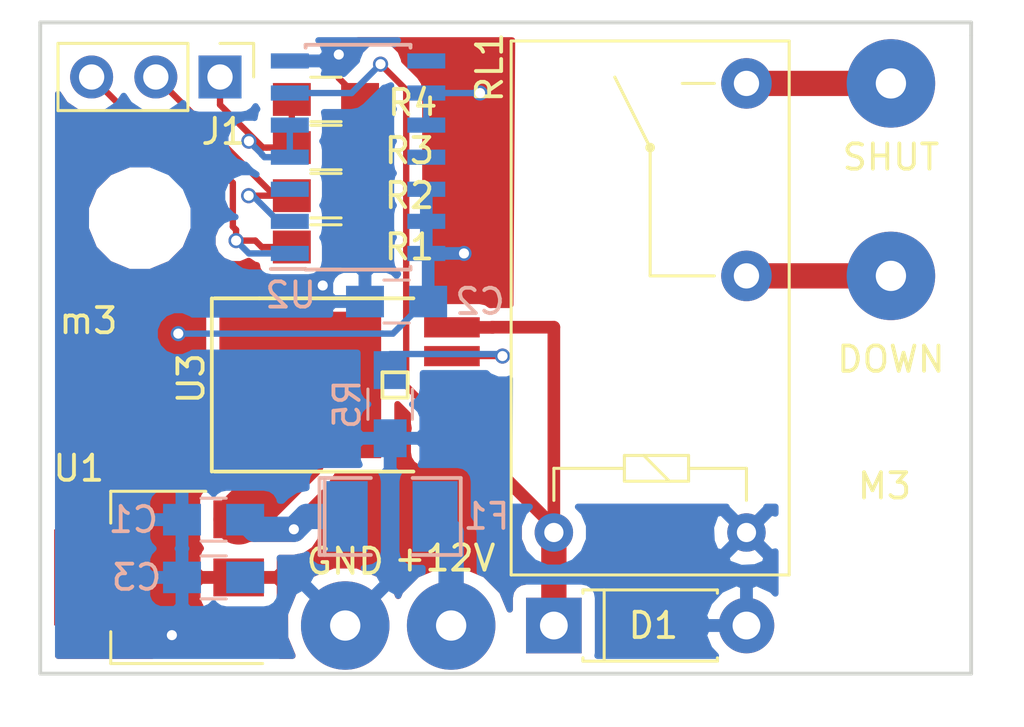
<source format=kicad_pcb>
(kicad_pcb (version 4) (host pcbnew 4.0.6)

  (general
    (links 39)
    (no_connects 3)
    (area 173.846238 117.348 214.519763 146.49)
    (thickness 1.6)
    (drawings 6)
    (tracks 94)
    (zones 0)
    (modules 21)
    (nets 13)
  )

  (page A4)
  (layers
    (0 F.Cu signal)
    (31 B.Cu signal)
    (32 B.Adhes user)
    (33 F.Adhes user)
    (34 B.Paste user)
    (35 F.Paste user)
    (36 B.SilkS user)
    (37 F.SilkS user)
    (38 B.Mask user)
    (39 F.Mask user)
    (40 Dwgs.User user)
    (41 Cmts.User user)
    (42 Eco1.User user)
    (43 Eco2.User user)
    (44 Edge.Cuts user)
    (45 Margin user)
    (46 B.CrtYd user)
    (47 F.CrtYd user)
    (48 B.Fab user)
    (49 F.Fab user)
  )

  (setup
    (last_trace_width 0.25)
    (user_trace_width 0.5)
    (user_trace_width 1)
    (user_trace_width 2)
    (trace_clearance 0.2)
    (zone_clearance 0.508)
    (zone_45_only no)
    (trace_min 0.2)
    (segment_width 0.2)
    (edge_width 0.15)
    (via_size 0.6)
    (via_drill 0.4)
    (via_min_size 0.4)
    (via_min_drill 0.3)
    (uvia_size 0.3)
    (uvia_drill 0.1)
    (uvias_allowed no)
    (uvia_min_size 0.2)
    (uvia_min_drill 0.1)
    (pcb_text_width 0.3)
    (pcb_text_size 1.5 1.5)
    (mod_edge_width 0.15)
    (mod_text_size 1 1)
    (mod_text_width 0.15)
    (pad_size 1.5 0.6)
    (pad_drill 0)
    (pad_to_mask_clearance 0.2)
    (aux_axis_origin 0 0)
    (visible_elements 7FFEFF7F)
    (pcbplotparams
      (layerselection 0x00030_80000001)
      (usegerberextensions false)
      (excludeedgelayer true)
      (linewidth 0.100000)
      (plotframeref false)
      (viasonmask false)
      (mode 1)
      (useauxorigin false)
      (hpglpennumber 1)
      (hpglpenspeed 20)
      (hpglpendiameter 15)
      (hpglpenoverlay 2)
      (psnegative false)
      (psa4output false)
      (plotreference true)
      (plotvalue true)
      (plotinvisibletext false)
      (padsonsilk false)
      (subtractmaskfromsilk false)
      (outputformat 1)
      (mirror false)
      (drillshape 1)
      (scaleselection 1)
      (outputdirectory ""))
  )

  (net 0 "")
  (net 1 +12V)
  (net 2 GND)
  (net 3 +5V)
  (net 4 "Net-(D1-Pad1)")
  (net 5 "Net-(F1-Pad2)")
  (net 6 /BSPD_Latched_Out)
  (net 7 /AMS_Latched_Out)
  (net 8 /IMD_Latched_Out)
  (net 9 "Net-(R5-Pad1)")
  (net 10 "Net-(U2-Pad6)")
  (net 11 /Shutdown_Circuit_In)
  (net 12 /Shutdown_Circuit_Out)

  (net_class Default "This is the default net class."
    (clearance 0.2)
    (trace_width 0.25)
    (via_dia 0.6)
    (via_drill 0.4)
    (uvia_dia 0.3)
    (uvia_drill 0.1)
    (add_net +12V)
    (add_net +5V)
    (add_net /AMS_Latched_Out)
    (add_net /BSPD_Latched_Out)
    (add_net /IMD_Latched_Out)
    (add_net /Shutdown_Circuit_In)
    (add_net /Shutdown_Circuit_Out)
    (add_net GND)
    (add_net "Net-(D1-Pad1)")
    (add_net "Net-(F1-Pad2)")
    (add_net "Net-(R5-Pad1)")
    (add_net "Net-(U2-Pad6)")
  )

  (net_class Power_Tracks ""
    (clearance 0.2)
    (trace_width 1)
    (via_dia 0.6)
    (via_drill 0.4)
    (uvia_dia 0.3)
    (uvia_drill 0.1)
  )

  (module Capacitors_SMD:C_0805_HandSoldering (layer B.Cu) (tedit 58AA84A8) (tstamp 5915461F)
    (at 182.372 138.049 180)
    (descr "Capacitor SMD 0805, hand soldering")
    (tags "capacitor 0805")
    (path /58B0A559)
    (attr smd)
    (fp_text reference C1 (at 3.175 0 180) (layer B.SilkS)
      (effects (font (size 1 1) (thickness 0.15)) (justify mirror))
    )
    (fp_text value 1u (at 0 -1.75 180) (layer B.Fab)
      (effects (font (size 1 1) (thickness 0.15)) (justify mirror))
    )
    (fp_text user %R (at 0 1.75 180) (layer B.Fab)
      (effects (font (size 1 1) (thickness 0.15)) (justify mirror))
    )
    (fp_line (start -1 -0.62) (end -1 0.62) (layer B.Fab) (width 0.1))
    (fp_line (start 1 -0.62) (end -1 -0.62) (layer B.Fab) (width 0.1))
    (fp_line (start 1 0.62) (end 1 -0.62) (layer B.Fab) (width 0.1))
    (fp_line (start -1 0.62) (end 1 0.62) (layer B.Fab) (width 0.1))
    (fp_line (start 0.5 0.85) (end -0.5 0.85) (layer B.SilkS) (width 0.12))
    (fp_line (start -0.5 -0.85) (end 0.5 -0.85) (layer B.SilkS) (width 0.12))
    (fp_line (start -2.25 0.88) (end 2.25 0.88) (layer B.CrtYd) (width 0.05))
    (fp_line (start -2.25 0.88) (end -2.25 -0.87) (layer B.CrtYd) (width 0.05))
    (fp_line (start 2.25 -0.87) (end 2.25 0.88) (layer B.CrtYd) (width 0.05))
    (fp_line (start 2.25 -0.87) (end -2.25 -0.87) (layer B.CrtYd) (width 0.05))
    (pad 1 smd rect (at -1.25 0 180) (size 1.5 1.25) (layers B.Cu B.Paste B.Mask)
      (net 1 +12V))
    (pad 2 smd rect (at 1.25 0 180) (size 1.5 1.25) (layers B.Cu B.Paste B.Mask)
      (net 2 GND))
    (model Capacitors_SMD.3dshapes/C_0805.wrl
      (at (xyz 0 0 0))
      (scale (xyz 1 1 1))
      (rotate (xyz 0 0 0))
    )
  )

  (module Capacitors_SMD:C_0805_HandSoldering (layer B.Cu) (tedit 58AA84A8) (tstamp 59154630)
    (at 189.611 129.413 180)
    (descr "Capacitor SMD 0805, hand soldering")
    (tags "capacitor 0805")
    (path /590294EC)
    (attr smd)
    (fp_text reference C2 (at -3.302 0 180) (layer B.SilkS)
      (effects (font (size 1 1) (thickness 0.15)) (justify mirror))
    )
    (fp_text value 1u (at 0 -1.75 180) (layer B.Fab)
      (effects (font (size 1 1) (thickness 0.15)) (justify mirror))
    )
    (fp_text user %R (at 0 1.75 180) (layer B.Fab)
      (effects (font (size 1 1) (thickness 0.15)) (justify mirror))
    )
    (fp_line (start -1 -0.62) (end -1 0.62) (layer B.Fab) (width 0.1))
    (fp_line (start 1 -0.62) (end -1 -0.62) (layer B.Fab) (width 0.1))
    (fp_line (start 1 0.62) (end 1 -0.62) (layer B.Fab) (width 0.1))
    (fp_line (start -1 0.62) (end 1 0.62) (layer B.Fab) (width 0.1))
    (fp_line (start 0.5 0.85) (end -0.5 0.85) (layer B.SilkS) (width 0.12))
    (fp_line (start -0.5 -0.85) (end 0.5 -0.85) (layer B.SilkS) (width 0.12))
    (fp_line (start -2.25 0.88) (end 2.25 0.88) (layer B.CrtYd) (width 0.05))
    (fp_line (start -2.25 0.88) (end -2.25 -0.87) (layer B.CrtYd) (width 0.05))
    (fp_line (start 2.25 -0.87) (end 2.25 0.88) (layer B.CrtYd) (width 0.05))
    (fp_line (start 2.25 -0.87) (end -2.25 -0.87) (layer B.CrtYd) (width 0.05))
    (pad 1 smd rect (at -1.25 0 180) (size 1.5 1.25) (layers B.Cu B.Paste B.Mask)
      (net 3 +5V))
    (pad 2 smd rect (at 1.25 0 180) (size 1.5 1.25) (layers B.Cu B.Paste B.Mask)
      (net 2 GND))
    (model Capacitors_SMD.3dshapes/C_0805.wrl
      (at (xyz 0 0 0))
      (scale (xyz 1 1 1))
      (rotate (xyz 0 0 0))
    )
  )

  (module Capacitors_SMD:C_0805_HandSoldering (layer B.Cu) (tedit 58AA84A8) (tstamp 59154641)
    (at 182.372 140.335 180)
    (descr "Capacitor SMD 0805, hand soldering")
    (tags "capacitor 0805")
    (path /58B0A5AD)
    (attr smd)
    (fp_text reference C3 (at 3.048 0 180) (layer B.SilkS)
      (effects (font (size 1 1) (thickness 0.15)) (justify mirror))
    )
    (fp_text value 1u (at 0 -1.75 180) (layer B.Fab)
      (effects (font (size 1 1) (thickness 0.15)) (justify mirror))
    )
    (fp_text user %R (at 0 1.75 180) (layer B.Fab)
      (effects (font (size 1 1) (thickness 0.15)) (justify mirror))
    )
    (fp_line (start -1 -0.62) (end -1 0.62) (layer B.Fab) (width 0.1))
    (fp_line (start 1 -0.62) (end -1 -0.62) (layer B.Fab) (width 0.1))
    (fp_line (start 1 0.62) (end 1 -0.62) (layer B.Fab) (width 0.1))
    (fp_line (start -1 0.62) (end 1 0.62) (layer B.Fab) (width 0.1))
    (fp_line (start 0.5 0.85) (end -0.5 0.85) (layer B.SilkS) (width 0.12))
    (fp_line (start -0.5 -0.85) (end 0.5 -0.85) (layer B.SilkS) (width 0.12))
    (fp_line (start -2.25 0.88) (end 2.25 0.88) (layer B.CrtYd) (width 0.05))
    (fp_line (start -2.25 0.88) (end -2.25 -0.87) (layer B.CrtYd) (width 0.05))
    (fp_line (start 2.25 -0.87) (end 2.25 0.88) (layer B.CrtYd) (width 0.05))
    (fp_line (start 2.25 -0.87) (end -2.25 -0.87) (layer B.CrtYd) (width 0.05))
    (pad 1 smd rect (at -1.25 0 180) (size 1.5 1.25) (layers B.Cu B.Paste B.Mask)
      (net 3 +5V))
    (pad 2 smd rect (at 1.25 0 180) (size 1.5 1.25) (layers B.Cu B.Paste B.Mask)
      (net 2 GND))
    (model Capacitors_SMD.3dshapes/C_0805.wrl
      (at (xyz 0 0 0))
      (scale (xyz 1 1 1))
      (rotate (xyz 0 0 0))
    )
  )

  (module Diodes_ThroughHole:D_DO-41_SOD81_P7.62mm_Horizontal (layer F.Cu) (tedit 5877C982) (tstamp 59154659)
    (at 195.834 142.24)
    (descr "D, DO-41_SOD81 series, Axial, Horizontal, pin pitch=7.62mm, , length*diameter=5.2*2.7mm^2, , http://www.diodes.com/_files/packages/DO-41%20(Plastic).pdf")
    (tags "D DO-41_SOD81 series Axial Horizontal pin pitch 7.62mm  length 5.2mm diameter 2.7mm")
    (path /59029C38)
    (fp_text reference D1 (at 3.937 0) (layer F.SilkS)
      (effects (font (size 1 1) (thickness 0.15)))
    )
    (fp_text value D (at 3.81 2.41) (layer F.Fab)
      (effects (font (size 1 1) (thickness 0.15)))
    )
    (fp_line (start 1.21 -1.35) (end 1.21 1.35) (layer F.Fab) (width 0.1))
    (fp_line (start 1.21 1.35) (end 6.41 1.35) (layer F.Fab) (width 0.1))
    (fp_line (start 6.41 1.35) (end 6.41 -1.35) (layer F.Fab) (width 0.1))
    (fp_line (start 6.41 -1.35) (end 1.21 -1.35) (layer F.Fab) (width 0.1))
    (fp_line (start 0 0) (end 1.21 0) (layer F.Fab) (width 0.1))
    (fp_line (start 7.62 0) (end 6.41 0) (layer F.Fab) (width 0.1))
    (fp_line (start 1.99 -1.35) (end 1.99 1.35) (layer F.Fab) (width 0.1))
    (fp_line (start 1.15 -1.28) (end 1.15 -1.41) (layer F.SilkS) (width 0.12))
    (fp_line (start 1.15 -1.41) (end 6.47 -1.41) (layer F.SilkS) (width 0.12))
    (fp_line (start 6.47 -1.41) (end 6.47 -1.28) (layer F.SilkS) (width 0.12))
    (fp_line (start 1.15 1.28) (end 1.15 1.41) (layer F.SilkS) (width 0.12))
    (fp_line (start 1.15 1.41) (end 6.47 1.41) (layer F.SilkS) (width 0.12))
    (fp_line (start 6.47 1.41) (end 6.47 1.28) (layer F.SilkS) (width 0.12))
    (fp_line (start 1.99 -1.41) (end 1.99 1.41) (layer F.SilkS) (width 0.12))
    (fp_line (start -1.35 -1.7) (end -1.35 1.7) (layer F.CrtYd) (width 0.05))
    (fp_line (start -1.35 1.7) (end 9 1.7) (layer F.CrtYd) (width 0.05))
    (fp_line (start 9 1.7) (end 9 -1.7) (layer F.CrtYd) (width 0.05))
    (fp_line (start 9 -1.7) (end -1.35 -1.7) (layer F.CrtYd) (width 0.05))
    (pad 1 thru_hole rect (at 0 0) (size 2.2 2.2) (drill 1.1) (layers *.Cu *.Mask)
      (net 4 "Net-(D1-Pad1)"))
    (pad 2 thru_hole oval (at 7.62 0) (size 2.2 2.2) (drill 1.1) (layers *.Cu *.Mask)
      (net 2 GND))
    (model Diodes_THT.3dshapes/D_DO-41_SOD81_P7.62mm_Horizontal.wrl
      (at (xyz 0 0 0))
      (scale (xyz 0.393701 0.393701 0.393701))
      (rotate (xyz 0 0 0))
    )
  )

  (module SMD_Packages:SMD-1210_Pol (layer B.Cu) (tedit 0) (tstamp 59154666)
    (at 189.357 137.922)
    (tags "CMS SM")
    (path /58B0A4D9)
    (attr smd)
    (fp_text reference F1 (at 3.81 0) (layer B.SilkS)
      (effects (font (size 1 1) (thickness 0.15)) (justify mirror))
    )
    (fp_text value Fuse (at 0 -0.762) (layer B.Fab)
      (effects (font (size 1 1) (thickness 0.15)) (justify mirror))
    )
    (fp_line (start -2.794 1.524) (end -2.794 -1.524) (layer B.SilkS) (width 0.15))
    (fp_line (start 0.889 -1.524) (end 2.794 -1.524) (layer B.SilkS) (width 0.15))
    (fp_line (start 2.794 -1.524) (end 2.794 1.524) (layer B.SilkS) (width 0.15))
    (fp_line (start 2.794 1.524) (end 0.889 1.524) (layer B.SilkS) (width 0.15))
    (fp_line (start -0.762 1.524) (end -2.794 1.524) (layer B.SilkS) (width 0.15))
    (fp_line (start -2.594 1.524) (end -2.594 -1.524) (layer B.SilkS) (width 0.15))
    (fp_line (start -2.794 -1.524) (end -0.762 -1.524) (layer B.SilkS) (width 0.15))
    (pad 1 smd rect (at -1.778 0) (size 1.778 2.794) (layers B.Cu B.Paste B.Mask)
      (net 1 +12V))
    (pad 2 smd rect (at 1.778 0) (size 1.778 2.794) (layers B.Cu B.Paste B.Mask)
      (net 5 "Net-(F1-Pad2)"))
    (model SMD_Packages.3dshapes/SMD-1210_Pol.wrl
      (at (xyz 0 0 0))
      (scale (xyz 0.2 0.2 0.2))
      (rotate (xyz 0 0 0))
    )
  )

  (module Pin_Headers:Pin_Header_Straight_1x03_Pitch2.54mm (layer F.Cu) (tedit 58CD4EC1) (tstamp 5915467C)
    (at 182.626 120.523 270)
    (descr "Through hole straight pin header, 1x03, 2.54mm pitch, single row")
    (tags "Through hole pin header THT 1x03 2.54mm single row")
    (path /59150D02)
    (fp_text reference J1 (at 2.159 -0.127 360) (layer F.SilkS)
      (effects (font (size 1 1) (thickness 0.15)))
    )
    (fp_text value SFTY (at 0 7.41 270) (layer F.Fab)
      (effects (font (size 1 1) (thickness 0.15)))
    )
    (fp_line (start -1.27 -1.27) (end -1.27 6.35) (layer F.Fab) (width 0.1))
    (fp_line (start -1.27 6.35) (end 1.27 6.35) (layer F.Fab) (width 0.1))
    (fp_line (start 1.27 6.35) (end 1.27 -1.27) (layer F.Fab) (width 0.1))
    (fp_line (start 1.27 -1.27) (end -1.27 -1.27) (layer F.Fab) (width 0.1))
    (fp_line (start -1.33 1.27) (end -1.33 6.41) (layer F.SilkS) (width 0.12))
    (fp_line (start -1.33 6.41) (end 1.33 6.41) (layer F.SilkS) (width 0.12))
    (fp_line (start 1.33 6.41) (end 1.33 1.27) (layer F.SilkS) (width 0.12))
    (fp_line (start 1.33 1.27) (end -1.33 1.27) (layer F.SilkS) (width 0.12))
    (fp_line (start -1.33 0) (end -1.33 -1.33) (layer F.SilkS) (width 0.12))
    (fp_line (start -1.33 -1.33) (end 0 -1.33) (layer F.SilkS) (width 0.12))
    (fp_line (start -1.8 -1.8) (end -1.8 6.85) (layer F.CrtYd) (width 0.05))
    (fp_line (start -1.8 6.85) (end 1.8 6.85) (layer F.CrtYd) (width 0.05))
    (fp_line (start 1.8 6.85) (end 1.8 -1.8) (layer F.CrtYd) (width 0.05))
    (fp_line (start 1.8 -1.8) (end -1.8 -1.8) (layer F.CrtYd) (width 0.05))
    (fp_text user %R (at 2.413 6.096 360) (layer F.Fab)
      (effects (font (size 1 1) (thickness 0.15)))
    )
    (pad 1 thru_hole rect (at 0 0 270) (size 1.7 1.7) (drill 1) (layers *.Cu *.Mask)
      (net 6 /BSPD_Latched_Out))
    (pad 2 thru_hole oval (at 0 2.54 270) (size 1.7 1.7) (drill 1) (layers *.Cu *.Mask)
      (net 7 /AMS_Latched_Out))
    (pad 3 thru_hole oval (at 0 5.08 270) (size 1.7 1.7) (drill 1) (layers *.Cu *.Mask)
      (net 8 /IMD_Latched_Out))
    (model ${KISYS3DMOD}/Pin_Headers.3dshapes/Pin_Header_Straight_1x03_Pitch2.54mm.wrl
      (at (xyz 0 -0.1 0))
      (scale (xyz 1 1 1))
      (rotate (xyz 0 0 90))
    )
  )

  (module Wire_Pads:SolderWirePad_single_1-2mmDrill (layer F.Cu) (tedit 59167172) (tstamp 59154681)
    (at 191.77 142.24)
    (path /59150D59)
    (fp_text reference +12V (at -0.254 -2.667) (layer F.SilkS)
      (effects (font (size 1 1) (thickness 0.15)))
    )
    (fp_text value +12 (at -1.905 3.175) (layer F.Fab)
      (effects (font (size 1 1) (thickness 0.15)))
    )
    (pad 1 thru_hole circle (at 0 0) (size 3.50012 3.50012) (drill 1.19888) (layers *.Cu *.Mask)
      (net 5 "Net-(F1-Pad2)"))
  )

  (module Wire_Pads:SolderWirePad_single_1-2mmDrill (layer F.Cu) (tedit 59167180) (tstamp 59154686)
    (at 187.579 142.24)
    (path /59150DE2)
    (fp_text reference GND (at 0 -2.54) (layer F.SilkS)
      (effects (font (size 1 1) (thickness 0.15)))
    )
    (fp_text value GND (at -1.905 3.175) (layer F.Fab)
      (effects (font (size 1 1) (thickness 0.15)))
    )
    (pad 1 thru_hole circle (at 0 0) (size 3.50012 3.50012) (drill 1.19888) (layers *.Cu *.Mask)
      (net 2 GND))
  )

  (module Wire_Pads:SolderWirePad_single_1-2mmDrill (layer F.Cu) (tedit 59167148) (tstamp 5915468B)
    (at 209.169 120.777)
    (path /59150B60)
    (fp_text reference SHUT (at 0 2.921) (layer F.SilkS)
      (effects (font (size 1 1) (thickness 0.15)))
    )
    (fp_text value IN (at -1.905 3.175) (layer F.Fab)
      (effects (font (size 1 1) (thickness 0.15)))
    )
    (pad 1 thru_hole circle (at 0 0) (size 3.50012 3.50012) (drill 1.19888) (layers *.Cu *.Mask)
      (net 11 /Shutdown_Circuit_In))
  )

  (module Wire_Pads:SolderWirePad_single_1-2mmDrill (layer F.Cu) (tedit 5916714D) (tstamp 59154690)
    (at 209.169 128.397)
    (path /59150BB1)
    (fp_text reference DOWN (at 0 3.302) (layer F.SilkS)
      (effects (font (size 1 1) (thickness 0.15)))
    )
    (fp_text value OUT (at -1.905 3.175) (layer F.Fab)
      (effects (font (size 1 1) (thickness 0.15)))
    )
    (pad 1 thru_hole circle (at 0 0) (size 3.50012 3.50012) (drill 1.19888) (layers *.Cu *.Mask)
      (net 12 /Shutdown_Circuit_Out))
  )

  (module Mounting_Holes:MountingHole_3mm (layer F.Cu) (tedit 5916718F) (tstamp 59154697)
    (at 179.451 126.111)
    (descr "Mounting Hole 3mm, no annular")
    (tags "mounting hole 3mm no annular")
    (path /59150878)
    (fp_text reference m3 (at -2.032 4.064) (layer F.SilkS)
      (effects (font (size 1 1) (thickness 0.15)))
    )
    (fp_text value Mounting_Hole (at 0 4) (layer F.Fab)
      (effects (font (size 1 1) (thickness 0.15)))
    )
    (fp_circle (center 0 0) (end 3 0) (layer Cmts.User) (width 0.15))
    (fp_circle (center 0 0) (end 3.25 0) (layer F.CrtYd) (width 0.05))
    (pad 1 np_thru_hole circle (at 0 0) (size 3 3) (drill 3) (layers *.Cu *.Mask))
  )

  (module Mounting_Holes:MountingHole_3mm (layer F.Cu) (tedit 59167154) (tstamp 5915469E)
    (at 208.915 140.716)
    (descr "Mounting Hole 3mm, no annular")
    (tags "mounting hole 3mm no annular")
    (path /5915093C)
    (fp_text reference M3 (at 0 -4) (layer F.SilkS)
      (effects (font (size 1 1) (thickness 0.15)))
    )
    (fp_text value Mounting_Hole (at 0 4) (layer F.Fab)
      (effects (font (size 1 1) (thickness 0.15)))
    )
    (fp_circle (center 0 0) (end 3 0) (layer Cmts.User) (width 0.15))
    (fp_circle (center 0 0) (end 3.25 0) (layer F.CrtYd) (width 0.05))
    (pad 1 np_thru_hole circle (at 0 0) (size 3 3) (drill 3) (layers *.Cu *.Mask))
  )

  (module Resistors_SMD:R_0805_HandSoldering (layer F.Cu) (tedit 58E0A804) (tstamp 591546BD)
    (at 186.817 127.254)
    (descr "Resistor SMD 0805, hand soldering")
    (tags "resistor 0805")
    (path /58B0AE21)
    (attr smd)
    (fp_text reference R1 (at 3.302 0) (layer F.SilkS)
      (effects (font (size 1 1) (thickness 0.15)))
    )
    (fp_text value 10k (at 0 1.75) (layer F.Fab)
      (effects (font (size 1 1) (thickness 0.15)))
    )
    (fp_text user %R (at 0 0) (layer F.Fab)
      (effects (font (size 0.5 0.5) (thickness 0.075)))
    )
    (fp_line (start -1 0.62) (end -1 -0.62) (layer F.Fab) (width 0.1))
    (fp_line (start 1 0.62) (end -1 0.62) (layer F.Fab) (width 0.1))
    (fp_line (start 1 -0.62) (end 1 0.62) (layer F.Fab) (width 0.1))
    (fp_line (start -1 -0.62) (end 1 -0.62) (layer F.Fab) (width 0.1))
    (fp_line (start 0.6 0.88) (end -0.6 0.88) (layer F.SilkS) (width 0.12))
    (fp_line (start -0.6 -0.88) (end 0.6 -0.88) (layer F.SilkS) (width 0.12))
    (fp_line (start -2.35 -0.9) (end 2.35 -0.9) (layer F.CrtYd) (width 0.05))
    (fp_line (start -2.35 -0.9) (end -2.35 0.9) (layer F.CrtYd) (width 0.05))
    (fp_line (start 2.35 0.9) (end 2.35 -0.9) (layer F.CrtYd) (width 0.05))
    (fp_line (start 2.35 0.9) (end -2.35 0.9) (layer F.CrtYd) (width 0.05))
    (pad 1 smd rect (at -1.35 0) (size 1.5 1.3) (layers F.Cu F.Paste F.Mask)
      (net 8 /IMD_Latched_Out))
    (pad 2 smd rect (at 1.35 0) (size 1.5 1.3) (layers F.Cu F.Paste F.Mask)
      (net 2 GND))
    (model ${KISYS3DMOD}/Resistors_SMD.3dshapes/R_0805.wrl
      (at (xyz 0 0 0))
      (scale (xyz 1 1 1))
      (rotate (xyz 0 0 0))
    )
  )

  (module Resistors_SMD:R_0805_HandSoldering (layer F.Cu) (tedit 58E0A804) (tstamp 591546CE)
    (at 186.817 125.222)
    (descr "Resistor SMD 0805, hand soldering")
    (tags "resistor 0805")
    (path /58B0AF09)
    (attr smd)
    (fp_text reference R2 (at 3.302 0) (layer F.SilkS)
      (effects (font (size 1 1) (thickness 0.15)))
    )
    (fp_text value 10k (at 0 1.75) (layer F.Fab)
      (effects (font (size 1 1) (thickness 0.15)))
    )
    (fp_text user %R (at 0 0) (layer F.Fab)
      (effects (font (size 0.5 0.5) (thickness 0.075)))
    )
    (fp_line (start -1 0.62) (end -1 -0.62) (layer F.Fab) (width 0.1))
    (fp_line (start 1 0.62) (end -1 0.62) (layer F.Fab) (width 0.1))
    (fp_line (start 1 -0.62) (end 1 0.62) (layer F.Fab) (width 0.1))
    (fp_line (start -1 -0.62) (end 1 -0.62) (layer F.Fab) (width 0.1))
    (fp_line (start 0.6 0.88) (end -0.6 0.88) (layer F.SilkS) (width 0.12))
    (fp_line (start -0.6 -0.88) (end 0.6 -0.88) (layer F.SilkS) (width 0.12))
    (fp_line (start -2.35 -0.9) (end 2.35 -0.9) (layer F.CrtYd) (width 0.05))
    (fp_line (start -2.35 -0.9) (end -2.35 0.9) (layer F.CrtYd) (width 0.05))
    (fp_line (start 2.35 0.9) (end 2.35 -0.9) (layer F.CrtYd) (width 0.05))
    (fp_line (start 2.35 0.9) (end -2.35 0.9) (layer F.CrtYd) (width 0.05))
    (pad 1 smd rect (at -1.35 0) (size 1.5 1.3) (layers F.Cu F.Paste F.Mask)
      (net 7 /AMS_Latched_Out))
    (pad 2 smd rect (at 1.35 0) (size 1.5 1.3) (layers F.Cu F.Paste F.Mask)
      (net 2 GND))
    (model ${KISYS3DMOD}/Resistors_SMD.3dshapes/R_0805.wrl
      (at (xyz 0 0 0))
      (scale (xyz 1 1 1))
      (rotate (xyz 0 0 0))
    )
  )

  (module Resistors_SMD:R_0805_HandSoldering (layer F.Cu) (tedit 58E0A804) (tstamp 591546DF)
    (at 186.817 123.317)
    (descr "Resistor SMD 0805, hand soldering")
    (tags "resistor 0805")
    (path /58B0AF37)
    (attr smd)
    (fp_text reference R3 (at 3.302 0.127) (layer F.SilkS)
      (effects (font (size 1 1) (thickness 0.15)))
    )
    (fp_text value 10k (at 0 1.75) (layer F.Fab)
      (effects (font (size 1 1) (thickness 0.15)))
    )
    (fp_text user %R (at 0 0) (layer F.Fab)
      (effects (font (size 0.5 0.5) (thickness 0.075)))
    )
    (fp_line (start -1 0.62) (end -1 -0.62) (layer F.Fab) (width 0.1))
    (fp_line (start 1 0.62) (end -1 0.62) (layer F.Fab) (width 0.1))
    (fp_line (start 1 -0.62) (end 1 0.62) (layer F.Fab) (width 0.1))
    (fp_line (start -1 -0.62) (end 1 -0.62) (layer F.Fab) (width 0.1))
    (fp_line (start 0.6 0.88) (end -0.6 0.88) (layer F.SilkS) (width 0.12))
    (fp_line (start -0.6 -0.88) (end 0.6 -0.88) (layer F.SilkS) (width 0.12))
    (fp_line (start -2.35 -0.9) (end 2.35 -0.9) (layer F.CrtYd) (width 0.05))
    (fp_line (start -2.35 -0.9) (end -2.35 0.9) (layer F.CrtYd) (width 0.05))
    (fp_line (start 2.35 0.9) (end 2.35 -0.9) (layer F.CrtYd) (width 0.05))
    (fp_line (start 2.35 0.9) (end -2.35 0.9) (layer F.CrtYd) (width 0.05))
    (pad 1 smd rect (at -1.35 0) (size 1.5 1.3) (layers F.Cu F.Paste F.Mask)
      (net 6 /BSPD_Latched_Out))
    (pad 2 smd rect (at 1.35 0) (size 1.5 1.3) (layers F.Cu F.Paste F.Mask)
      (net 2 GND))
    (model ${KISYS3DMOD}/Resistors_SMD.3dshapes/R_0805.wrl
      (at (xyz 0 0 0))
      (scale (xyz 1 1 1))
      (rotate (xyz 0 0 0))
    )
  )

  (module Resistors_SMD:R_0805_HandSoldering (layer F.Cu) (tedit 58E0A804) (tstamp 591546F0)
    (at 186.817 121.412)
    (descr "Resistor SMD 0805, hand soldering")
    (tags "resistor 0805")
    (path /58B0AF67)
    (attr smd)
    (fp_text reference R4 (at 3.429 0.127) (layer F.SilkS)
      (effects (font (size 1 1) (thickness 0.15)))
    )
    (fp_text value 10k (at 0 1.75) (layer F.Fab)
      (effects (font (size 1 1) (thickness 0.15)))
    )
    (fp_text user %R (at 0 0) (layer F.Fab)
      (effects (font (size 0.5 0.5) (thickness 0.075)))
    )
    (fp_line (start -1 0.62) (end -1 -0.62) (layer F.Fab) (width 0.1))
    (fp_line (start 1 0.62) (end -1 0.62) (layer F.Fab) (width 0.1))
    (fp_line (start 1 -0.62) (end 1 0.62) (layer F.Fab) (width 0.1))
    (fp_line (start -1 -0.62) (end 1 -0.62) (layer F.Fab) (width 0.1))
    (fp_line (start 0.6 0.88) (end -0.6 0.88) (layer F.SilkS) (width 0.12))
    (fp_line (start -0.6 -0.88) (end 0.6 -0.88) (layer F.SilkS) (width 0.12))
    (fp_line (start -2.35 -0.9) (end 2.35 -0.9) (layer F.CrtYd) (width 0.05))
    (fp_line (start -2.35 -0.9) (end -2.35 0.9) (layer F.CrtYd) (width 0.05))
    (fp_line (start 2.35 0.9) (end 2.35 -0.9) (layer F.CrtYd) (width 0.05))
    (fp_line (start 2.35 0.9) (end -2.35 0.9) (layer F.CrtYd) (width 0.05))
    (pad 1 smd rect (at -1.35 0) (size 1.5 1.3) (layers F.Cu F.Paste F.Mask)
      (net 6 /BSPD_Latched_Out))
    (pad 2 smd rect (at 1.35 0) (size 1.5 1.3) (layers F.Cu F.Paste F.Mask)
      (net 2 GND))
    (model ${KISYS3DMOD}/Resistors_SMD.3dshapes/R_0805.wrl
      (at (xyz 0 0 0))
      (scale (xyz 1 1 1))
      (rotate (xyz 0 0 0))
    )
  )

  (module Resistors_SMD:R_0805_HandSoldering (layer B.Cu) (tedit 58E0A804) (tstamp 59154701)
    (at 189.357 133.477 270)
    (descr "Resistor SMD 0805, hand soldering")
    (tags "resistor 0805")
    (path /5902C3F4)
    (attr smd)
    (fp_text reference R5 (at 0 1.7 270) (layer B.SilkS)
      (effects (font (size 1 1) (thickness 0.15)) (justify mirror))
    )
    (fp_text value 1k (at 0 -1.75 270) (layer B.Fab)
      (effects (font (size 1 1) (thickness 0.15)) (justify mirror))
    )
    (fp_text user %R (at 0 0 270) (layer B.Fab)
      (effects (font (size 0.5 0.5) (thickness 0.075)) (justify mirror))
    )
    (fp_line (start -1 -0.62) (end -1 0.62) (layer B.Fab) (width 0.1))
    (fp_line (start 1 -0.62) (end -1 -0.62) (layer B.Fab) (width 0.1))
    (fp_line (start 1 0.62) (end 1 -0.62) (layer B.Fab) (width 0.1))
    (fp_line (start -1 0.62) (end 1 0.62) (layer B.Fab) (width 0.1))
    (fp_line (start 0.6 -0.88) (end -0.6 -0.88) (layer B.SilkS) (width 0.12))
    (fp_line (start -0.6 0.88) (end 0.6 0.88) (layer B.SilkS) (width 0.12))
    (fp_line (start -2.35 0.9) (end 2.35 0.9) (layer B.CrtYd) (width 0.05))
    (fp_line (start -2.35 0.9) (end -2.35 -0.9) (layer B.CrtYd) (width 0.05))
    (fp_line (start 2.35 -0.9) (end 2.35 0.9) (layer B.CrtYd) (width 0.05))
    (fp_line (start 2.35 -0.9) (end -2.35 -0.9) (layer B.CrtYd) (width 0.05))
    (pad 1 smd rect (at -1.35 0 270) (size 1.5 1.3) (layers B.Cu B.Paste B.Mask)
      (net 9 "Net-(R5-Pad1)"))
    (pad 2 smd rect (at 1.35 0 270) (size 1.5 1.3) (layers B.Cu B.Paste B.Mask)
      (net 2 GND))
    (model ${KISYS3DMOD}/Resistors_SMD.3dshapes/R_0805.wrl
      (at (xyz 0 0 0))
      (scale (xyz 1 1 1))
      (rotate (xyz 0 0 0))
    )
  )

  (module Relays_THT:Relay_SPST-NO_OMRON-G5Q (layer F.Cu) (tedit 5835E7EC) (tstamp 59154726)
    (at 203.454 138.557 90)
    (descr "Relay SPST-NO Omron Serie G5Q")
    (tags "Relay SPST-NO Omron Serie G5Q")
    (path /59150698)
    (fp_text reference RL1 (at 18.415 -10.16 270) (layer F.SilkS)
      (effects (font (size 1 1) (thickness 0.15)))
    )
    (fp_text value G5Q-1A (at 8.8 3 270) (layer F.Fab)
      (effects (font (size 1 1) (thickness 0.15)))
    )
    (fp_line (start 0 -1) (end 0 -6.5) (layer F.Fab) (width 0.1))
    (fp_line (start 18.96 -8.81) (end 18.96 1.19) (layer F.Fab) (width 0.1))
    (fp_line (start 18.96 1.19) (end -1.18 1.19) (layer F.Fab) (width 0.1))
    (fp_line (start -1.18 1.19) (end -1.18 -8.81) (layer F.Fab) (width 0.1))
    (fp_line (start -1.18 -8.81) (end 18.96 -8.81) (layer F.Fab) (width 0.1))
    (fp_line (start -1.95 -9.55) (end 19.7 -9.55) (layer F.CrtYd) (width 0.05))
    (fp_line (start 19.7 -9.55) (end 19.7 1.95) (layer F.CrtYd) (width 0.05))
    (fp_line (start 19.7 1.95) (end -1.95 1.95) (layer F.CrtYd) (width 0.05))
    (fp_line (start -1.95 1.95) (end -1.95 -9.55) (layer F.CrtYd) (width 0.05))
    (fp_line (start 15.24 -3.81) (end 18.03 -5.21) (layer F.SilkS) (width 0.12))
    (fp_line (start 17.78 -1.27) (end 17.78 -2.54) (layer F.SilkS) (width 0.12))
    (fp_line (start 10.16 -1.27) (end 10.16 -3.81) (layer F.SilkS) (width 0.12))
    (fp_line (start 10.16 -3.81) (end 15.24 -3.81) (layer F.SilkS) (width 0.12))
    (fp_line (start 2.03 -3.05) (end 3.05 -4.06) (layer F.SilkS) (width 0.12))
    (fp_line (start 2.54 -7.62) (end 1.27 -7.62) (layer F.SilkS) (width 0.12))
    (fp_line (start 2.54 -4.83) (end 2.54 -7.62) (layer F.SilkS) (width 0.12))
    (fp_line (start 2.54 0) (end 2.54 -2.29) (layer F.SilkS) (width 0.12))
    (fp_line (start 1.27 0) (end 2.54 0) (layer F.SilkS) (width 0.12))
    (fp_line (start 2.54 -2.29) (end 2.03 -2.29) (layer F.SilkS) (width 0.12))
    (fp_line (start 2.03 -2.29) (end 2.03 -4.83) (layer F.SilkS) (width 0.12))
    (fp_line (start 2.03 -4.83) (end 2.54 -4.83) (layer F.SilkS) (width 0.12))
    (fp_line (start 2.54 -4.83) (end 3.05 -4.83) (layer F.SilkS) (width 0.12))
    (fp_line (start 3.05 -4.83) (end 3.05 -2.29) (layer F.SilkS) (width 0.12))
    (fp_line (start 3.05 -2.29) (end 2.54 -2.29) (layer F.SilkS) (width 0.12))
    (fp_line (start -1.68 1.69) (end 19.46 1.69) (layer F.SilkS) (width 0.12))
    (fp_line (start 19.46 1.69) (end 19.46 -9.31) (layer F.SilkS) (width 0.12))
    (fp_line (start -1.68 1.69) (end -1.68 -9.31) (layer F.SilkS) (width 0.12))
    (fp_line (start -1.68 -9.31) (end 19.46 -9.31) (layer F.SilkS) (width 0.12))
    (fp_circle (center 15.24 -3.81) (end 15.24 -3.68) (layer F.SilkS) (width 0.12))
    (pad 1 thru_hole circle (at 0 0 270) (size 1.52 1.52) (drill 0.76) (layers *.Cu *.Mask)
      (net 2 GND))
    (pad 2 thru_hole circle (at 10.16 0 270) (size 2 2) (drill 1) (layers *.Cu *.Mask)
      (net 12 /Shutdown_Circuit_Out))
    (pad 3 thru_hole circle (at 17.78 0 270) (size 2 2) (drill 1) (layers *.Cu *.Mask)
      (net 11 /Shutdown_Circuit_In))
    (pad 5 thru_hole circle (at 0 -7.62 270) (size 1.52 1.52) (drill 0.76) (layers *.Cu *.Mask)
      (net 4 "Net-(D1-Pad1)"))
  )

  (module TO_SOT_Packages_SMD:SOT-223 (layer F.Cu) (tedit 58CE4E7E) (tstamp 5915473C)
    (at 180.213 140.335 180)
    (descr "module CMS SOT223 4 pins")
    (tags "CMS SOT")
    (path /58B0A57F)
    (attr smd)
    (fp_text reference U1 (at 3.175 4.318 180) (layer F.SilkS)
      (effects (font (size 1 1) (thickness 0.15)))
    )
    (fp_text value AP111750 (at 0 4.5 180) (layer F.Fab)
      (effects (font (size 1 1) (thickness 0.15)))
    )
    (fp_text user %R (at 0 0 180) (layer F.Fab)
      (effects (font (size 0.8 0.8) (thickness 0.12)))
    )
    (fp_line (start -1.85 -2.3) (end -0.8 -3.35) (layer F.Fab) (width 0.1))
    (fp_line (start 1.91 3.41) (end 1.91 2.15) (layer F.SilkS) (width 0.12))
    (fp_line (start 1.91 -3.41) (end 1.91 -2.15) (layer F.SilkS) (width 0.12))
    (fp_line (start 4.4 -3.6) (end -4.4 -3.6) (layer F.CrtYd) (width 0.05))
    (fp_line (start 4.4 3.6) (end 4.4 -3.6) (layer F.CrtYd) (width 0.05))
    (fp_line (start -4.4 3.6) (end 4.4 3.6) (layer F.CrtYd) (width 0.05))
    (fp_line (start -4.4 -3.6) (end -4.4 3.6) (layer F.CrtYd) (width 0.05))
    (fp_line (start -1.85 -2.3) (end -1.85 3.35) (layer F.Fab) (width 0.1))
    (fp_line (start -1.85 3.41) (end 1.91 3.41) (layer F.SilkS) (width 0.12))
    (fp_line (start -0.8 -3.35) (end 1.85 -3.35) (layer F.Fab) (width 0.1))
    (fp_line (start -4.1 -3.41) (end 1.91 -3.41) (layer F.SilkS) (width 0.12))
    (fp_line (start -1.85 3.35) (end 1.85 3.35) (layer F.Fab) (width 0.1))
    (fp_line (start 1.85 -3.35) (end 1.85 3.35) (layer F.Fab) (width 0.1))
    (pad 4 smd rect (at 3.15 0 180) (size 2 3.8) (layers F.Cu F.Paste F.Mask)
      (net 3 +5V))
    (pad 2 smd rect (at -3.15 0 180) (size 2 1.5) (layers F.Cu F.Paste F.Mask)
      (net 3 +5V))
    (pad 3 smd rect (at -3.15 2.3 180) (size 2 1.5) (layers F.Cu F.Paste F.Mask)
      (net 1 +12V))
    (pad 1 smd rect (at -3.15 -2.3 180) (size 2 1.5) (layers F.Cu F.Paste F.Mask)
      (net 2 GND))
    (model ${KISYS3DMOD}/TO_SOT_Packages_SMD.3dshapes/SOT-223.wrl
      (at (xyz 0 0 0))
      (scale (xyz 1 1 1))
      (rotate (xyz 0 0 0))
    )
  )

  (module Housings_SOIC:SOIC-14_3.9x8.7mm_Pitch1.27mm (layer B.Cu) (tedit 591670C7) (tstamp 5915475F)
    (at 188.087 123.698)
    (descr "14-Lead Plastic Small Outline (SL) - Narrow, 3.90 mm Body [SOIC] (see Microchip Packaging Specification 00000049BS.pdf)")
    (tags "SOIC 1.27")
    (path /58B0B5CA)
    (attr smd)
    (fp_text reference U2 (at -2.667 5.461) (layer B.SilkS)
      (effects (font (size 1 1) (thickness 0.15)) (justify mirror))
    )
    (fp_text value 74HC20D (at 0 -5.375) (layer B.Fab)
      (effects (font (size 1 1) (thickness 0.15)) (justify mirror))
    )
    (fp_text user %R (at 0 0) (layer B.Fab)
      (effects (font (size 0.9 0.9) (thickness 0.135)) (justify mirror))
    )
    (fp_line (start -0.95 4.35) (end 1.95 4.35) (layer B.Fab) (width 0.15))
    (fp_line (start 1.95 4.35) (end 1.95 -4.35) (layer B.Fab) (width 0.15))
    (fp_line (start 1.95 -4.35) (end -1.95 -4.35) (layer B.Fab) (width 0.15))
    (fp_line (start -1.95 -4.35) (end -1.95 3.35) (layer B.Fab) (width 0.15))
    (fp_line (start -1.95 3.35) (end -0.95 4.35) (layer B.Fab) (width 0.15))
    (fp_line (start -3.7 4.65) (end -3.7 -4.65) (layer B.CrtYd) (width 0.05))
    (fp_line (start 3.7 4.65) (end 3.7 -4.65) (layer B.CrtYd) (width 0.05))
    (fp_line (start -3.7 4.65) (end 3.7 4.65) (layer B.CrtYd) (width 0.05))
    (fp_line (start -3.7 -4.65) (end 3.7 -4.65) (layer B.CrtYd) (width 0.05))
    (fp_line (start -2.075 4.45) (end -2.075 4.425) (layer B.SilkS) (width 0.15))
    (fp_line (start 2.075 4.45) (end 2.075 4.335) (layer B.SilkS) (width 0.15))
    (fp_line (start 2.075 -4.45) (end 2.075 -4.335) (layer B.SilkS) (width 0.15))
    (fp_line (start -2.075 -4.45) (end -2.075 -4.335) (layer B.SilkS) (width 0.15))
    (fp_line (start -2.075 4.45) (end 2.075 4.45) (layer B.SilkS) (width 0.15))
    (fp_line (start -2.075 -4.45) (end 2.075 -4.45) (layer B.SilkS) (width 0.15))
    (fp_line (start -2.075 4.425) (end -3.45 4.425) (layer B.SilkS) (width 0.15))
    (pad 1 smd rect (at -2.7 3.81) (size 1.5 0.6) (layers B.Cu B.Paste B.Mask)
      (net 8 /IMD_Latched_Out))
    (pad 2 smd rect (at -2.7 2.54) (size 1.5 0.6) (layers B.Cu B.Paste B.Mask)
      (net 7 /AMS_Latched_Out))
    (pad 3 smd rect (at -2.7 1.27) (size 1.5 0.6) (layers B.Cu B.Paste B.Mask))
    (pad 4 smd rect (at -2.7 0) (size 1.5 0.6) (layers B.Cu B.Paste B.Mask)
      (net 6 /BSPD_Latched_Out))
    (pad 5 smd rect (at -2.7 -1.27) (size 1.5 0.6) (layers B.Cu B.Paste B.Mask)
      (net 6 /BSPD_Latched_Out))
    (pad 6 smd rect (at -2.7 -2.54) (size 1.5 0.6) (layers B.Cu B.Paste B.Mask)
      (net 10 "Net-(U2-Pad6)"))
    (pad 7 smd rect (at -2.7 -3.81) (size 1.5 0.6) (layers B.Cu B.Paste B.Mask)
      (net 2 GND))
    (pad 8 smd rect (at 2.7 -3.81) (size 1.5 0.6) (layers B.Cu B.Paste B.Mask))
    (pad 9 smd rect (at 2.7 -2.54) (size 1.5 0.6) (layers B.Cu B.Paste B.Mask)
      (net 3 +5V))
    (pad 10 smd rect (at 2.7 -1.27) (size 1.5 0.6) (layers B.Cu B.Paste B.Mask)
      (net 3 +5V))
    (pad 11 smd rect (at 2.7 0) (size 1.5 0.6) (layers B.Cu B.Paste B.Mask))
    (pad 12 smd rect (at 2.7 1.27) (size 1.5 0.6) (layers B.Cu B.Paste B.Mask)
      (net 3 +5V))
    (pad 13 smd rect (at 2.7 2.54) (size 1.5 0.6) (layers B.Cu B.Paste B.Mask)
      (net 3 +5V))
    (pad 14 smd rect (at 2.7 3.81) (size 1.5 0.6) (layers B.Cu B.Paste B.Mask)
      (net 3 +5V))
    (model Housings_SOIC.3dshapes/SOIC-14_3.9x8.7mm_Pitch1.27mm.wrl
      (at (xyz 0 0 0))
      (scale (xyz 1 1 1))
      (rotate (xyz 0 0 0))
    )
  )

  (module UNCAMotorsports:TO-252-5 (layer F.Cu) (tedit 56669107) (tstamp 59154770)
    (at 185.801 132.715 90)
    (descr "DPAK / TO-252 2-lead smd package")
    (tags "dpak TO-252")
    (path /5902B766)
    (attr smd)
    (fp_text reference U3 (at 0.254 -4.318 270) (layer F.SilkS)
      (effects (font (size 1 1) (thickness 0.15)))
    )
    (fp_text value BTS6133D (at 5 1 180) (layer F.Fab) hide
      (effects (font (size 1 1) (thickness 0.15)))
    )
    (fp_line (start -0.5 4.25) (end -0.5 3.25) (layer F.SilkS) (width 0.15))
    (fp_line (start 0.5 4.25) (end -0.5 4.25) (layer F.SilkS) (width 0.15))
    (fp_line (start 0.5 3.25) (end 0.5 4.25) (layer F.SilkS) (width 0.15))
    (fp_line (start -0.5 3.25) (end 0.5 3.25) (layer F.SilkS) (width 0.15))
    (fp_line (start 3.429 -1.62) (end 3.429 4.476) (layer F.SilkS) (width 0.15))
    (fp_line (start -3.429 4.476) (end -3.429 -3.398) (layer F.SilkS) (width 0.15))
    (fp_line (start -3.429 -3.5) (end 3.429 -3.5) (layer F.SilkS) (width 0.15))
    (fp_line (start 3.429 -3.398) (end 3.429 -1.62) (layer F.SilkS) (width 0.15))
    (pad 1 smd rect (at -2.28 6 90) (size 0.8 2.2) (layers F.Cu F.Paste F.Mask)
      (net 4 "Net-(D1-Pad1)"))
    (pad 3 smd rect (at 0 0 90) (size 5.8 6.4) (layers F.Cu F.Paste F.Mask)
      (net 1 +12V))
    (pad 5 smd rect (at 2.28 6 90) (size 0.8 2.2) (layers F.Cu F.Paste F.Mask)
      (net 4 "Net-(D1-Pad1)"))
    (pad 2 smd rect (at -1.14 6 90) (size 0.8 2.2) (layers F.Cu F.Paste F.Mask)
      (net 10 "Net-(U2-Pad6)"))
    (pad 4 smd rect (at 1.14 6 90) (size 0.8 2.2) (layers F.Cu F.Paste F.Mask)
      (net 9 "Net-(R5-Pad1)"))
    (model "C:/Users/Paul/Downloads/KiCad Models/JBD-KICADLIB-master/modules/packages3d/Transistors.3dshapes/TO252.wrl"
      (at (xyz 0 -0.1625 0))
      (scale (xyz 1 1 1))
      (rotate (xyz 0 0 0))
    )
  )

  (gr_line (start 175.514 118.364) (end 175.514 118.491) (angle 90) (layer Edge.Cuts) (width 0.15))
  (gr_line (start 212.344 118.364) (end 175.514 118.364) (angle 90) (layer Edge.Cuts) (width 0.15))
  (gr_line (start 212.344 118.872) (end 212.344 118.364) (angle 90) (layer Edge.Cuts) (width 0.15))
  (gr_line (start 212.344 144.145) (end 212.344 118.872) (angle 90) (layer Edge.Cuts) (width 0.15))
  (gr_line (start 175.514 144.145) (end 212.344 144.145) (angle 90) (layer Edge.Cuts) (width 0.15))
  (gr_line (start 175.514 118.491) (end 175.514 144.145) (angle 90) (layer Edge.Cuts) (width 0.15))

  (segment (start 185.801 132.715) (end 185.801 135.597) (width 2) (layer F.Cu) (net 1))
  (segment (start 185.801 135.597) (end 183.363 138.035) (width 2) (layer F.Cu) (net 1))
  (segment (start 185.547 138.43) (end 183.758 138.43) (width 1) (layer F.Cu) (net 1))
  (segment (start 183.758 138.43) (end 183.363 138.035) (width 1) (layer F.Cu) (net 1))
  (segment (start 185.547 138.43) (end 184.003 138.43) (width 1) (layer B.Cu) (net 1))
  (segment (start 184.003 138.43) (end 183.622 138.049) (width 1) (layer B.Cu) (net 1))
  (segment (start 187.579 137.922) (end 186.055 137.922) (width 1) (layer B.Cu) (net 1))
  (segment (start 186.055 137.922) (end 185.547 138.43) (width 1) (layer B.Cu) (net 1))
  (via (at 185.547 138.43) (size 0.6) (drill 0.4) (layers F.Cu B.Cu) (net 1))
  (segment (start 187.325 119.634) (end 187.325 120.57) (width 0.25) (layer F.Cu) (net 2))
  (segment (start 187.325 120.57) (end 188.167 121.412) (width 0.25) (layer F.Cu) (net 2))
  (segment (start 185.387 119.888) (end 187.071 119.888) (width 0.25) (layer B.Cu) (net 2))
  (segment (start 187.071 119.888) (end 187.325 119.634) (width 0.25) (layer B.Cu) (net 2))
  (via (at 187.325 119.634) (size 0.6) (drill 0.4) (layers F.Cu B.Cu) (net 2))
  (segment (start 188.167 127.254) (end 188.167 127.301) (width 0.25) (layer F.Cu) (net 2))
  (segment (start 188.167 127.301) (end 186.69 128.778) (width 0.25) (layer F.Cu) (net 2))
  (via (at 186.69 128.778) (size 0.6) (drill 0.4) (layers F.Cu B.Cu) (net 2))
  (segment (start 188.167 121.412) (end 188.167 127.254) (width 0.25) (layer F.Cu) (net 2))
  (segment (start 181.842001 142.599001) (end 181.820002 142.621) (width 1) (layer F.Cu) (net 2))
  (segment (start 181.820002 142.621) (end 180.721 142.621) (width 1) (layer F.Cu) (net 2))
  (via (at 180.721 142.621) (size 0.6) (drill 0.4) (layers F.Cu B.Cu) (net 2))
  (segment (start 183.363 142.635) (end 181.878 142.635) (width 1) (layer F.Cu) (net 2))
  (segment (start 181.878 142.635) (end 181.842001 142.599001) (width 1) (layer F.Cu) (net 2))
  (segment (start 190.861 129.413) (end 190.736 129.413) (width 0.25) (layer B.Cu) (net 3))
  (segment (start 190.736 129.413) (end 189.466 130.683) (width 0.25) (layer B.Cu) (net 3))
  (segment (start 189.466 130.683) (end 189.051002 130.683) (width 0.25) (layer B.Cu) (net 3))
  (segment (start 189.051002 130.683) (end 180.975 130.683) (width 0.25) (layer B.Cu) (net 3))
  (via (at 180.975 130.683) (size 0.6) (drill 0.4) (layers F.Cu B.Cu) (net 3))
  (segment (start 190.787 126.238) (end 190.787 127.508) (width 0.5) (layer B.Cu) (net 3))
  (segment (start 190.787 124.968) (end 190.787 126.238) (width 0.5) (layer B.Cu) (net 3))
  (segment (start 190.787 127.508) (end 192.278 127.508) (width 0.5) (layer B.Cu) (net 3))
  (via (at 192.278 127.508) (size 0.6) (drill 0.4) (layers F.Cu B.Cu) (net 3))
  (segment (start 190.861 129.413) (end 190.861 127.582) (width 0.5) (layer B.Cu) (net 3))
  (segment (start 190.861 127.582) (end 190.787 127.508) (width 0.5) (layer B.Cu) (net 3))
  (segment (start 190.787 121.158) (end 192.913 121.158) (width 0.25) (layer B.Cu) (net 3))
  (via (at 192.913 121.158) (size 0.6) (drill 0.4) (layers F.Cu B.Cu) (net 3))
  (segment (start 190.787 121.158) (end 190.787 122.428) (width 0.25) (layer B.Cu) (net 3))
  (segment (start 195.834 138.557) (end 195.834 142.24) (width 1) (layer F.Cu) (net 4))
  (segment (start 191.801 134.995) (end 192.501 134.995) (width 0.5) (layer F.Cu) (net 4))
  (segment (start 192.501 134.995) (end 195.834 138.328) (width 0.5) (layer F.Cu) (net 4))
  (segment (start 195.834 138.328) (end 195.834 138.557) (width 0.5) (layer F.Cu) (net 4))
  (segment (start 195.834 130.429) (end 195.834 138.557) (width 0.5) (layer F.Cu) (net 4))
  (segment (start 193.407 130.429) (end 195.834 130.429) (width 0.5) (layer F.Cu) (net 4))
  (segment (start 191.801 130.435) (end 193.401 130.435) (width 0.5) (layer F.Cu) (net 4))
  (segment (start 193.401 130.435) (end 193.407 130.429) (width 0.5) (layer F.Cu) (net 4))
  (segment (start 191.77 142.24) (end 191.77 138.557) (width 1) (layer B.Cu) (net 5))
  (segment (start 191.77 138.557) (end 191.135 137.922) (width 1) (layer B.Cu) (net 5))
  (segment (start 185.387 123.698) (end 185.387 122.428) (width 0.25) (layer B.Cu) (net 6))
  (segment (start 184.277 123.571) (end 184.277 123.588) (width 0.25) (layer B.Cu) (net 6))
  (segment (start 184.277 123.588) (end 184.387 123.698) (width 0.25) (layer B.Cu) (net 6))
  (segment (start 184.387 123.698) (end 185.387 123.698) (width 0.25) (layer B.Cu) (net 6))
  (segment (start 183.769 123.063) (end 184.277 123.571) (width 0.25) (layer B.Cu) (net 6))
  (segment (start 184.32 123.317) (end 184.023 123.317) (width 0.25) (layer F.Cu) (net 6))
  (segment (start 184.023 123.317) (end 183.769 123.063) (width 0.25) (layer F.Cu) (net 6))
  (via (at 183.769 123.063) (size 0.6) (drill 0.4) (layers F.Cu B.Cu) (net 6))
  (segment (start 185.467 123.317) (end 185.467 121.412) (width 0.25) (layer F.Cu) (net 6))
  (segment (start 182.626 120.523) (end 182.626 121.623) (width 0.25) (layer F.Cu) (net 6))
  (segment (start 182.626 121.623) (end 184.32 123.317) (width 0.25) (layer F.Cu) (net 6))
  (segment (start 184.32 123.317) (end 184.467 123.317) (width 0.25) (layer F.Cu) (net 6))
  (segment (start 184.467 123.317) (end 185.467 123.317) (width 0.25) (layer F.Cu) (net 6))
  (segment (start 183.921 125.222) (end 183.75901 125.222) (width 0.25) (layer B.Cu) (net 7))
  (segment (start 185.387 126.238) (end 184.937 126.238) (width 0.25) (layer B.Cu) (net 7))
  (segment (start 185.467 125.222) (end 183.75901 125.222) (width 0.25) (layer F.Cu) (net 7))
  (via (at 183.75901 125.222) (size 0.6) (drill 0.4) (layers F.Cu B.Cu) (net 7))
  (segment (start 184.937 126.238) (end 183.921 125.222) (width 0.25) (layer B.Cu) (net 7))
  (segment (start 180.086 120.523) (end 184.785 125.222) (width 0.25) (layer F.Cu) (net 7))
  (segment (start 184.785 125.222) (end 185.467 125.222) (width 0.25) (layer F.Cu) (net 7))
  (segment (start 183.134 124.714) (end 183.134 126.448736) (width 0.25) (layer F.Cu) (net 8))
  (segment (start 183.134 126.448736) (end 183.261 126.575736) (width 0.25) (layer F.Cu) (net 8))
  (segment (start 183.261 126.575736) (end 183.261 127) (width 0.25) (layer F.Cu) (net 8))
  (segment (start 180.848 122.428) (end 183.134 124.714) (width 0.25) (layer F.Cu) (net 8))
  (segment (start 179.451 122.428) (end 180.848 122.428) (width 0.25) (layer F.Cu) (net 8))
  (segment (start 177.546 120.523) (end 179.451 122.428) (width 0.25) (layer F.Cu) (net 8))
  (segment (start 183.769 127.508) (end 185.387 127.508) (width 0.25) (layer B.Cu) (net 8))
  (segment (start 183.261 127) (end 183.769 127.508) (width 0.25) (layer B.Cu) (net 8))
  (segment (start 184.023 127) (end 184.277 127.254) (width 0.25) (layer F.Cu) (net 8))
  (segment (start 184.023 127) (end 183.261 127) (width 0.25) (layer F.Cu) (net 8))
  (via (at 183.261 127) (size 0.6) (drill 0.4) (layers F.Cu B.Cu) (net 8))
  (segment (start 184.277 127.254) (end 185.467 127.254) (width 0.25) (layer F.Cu) (net 8))
  (segment (start 193.802 131.572) (end 191.804 131.572) (width 0.25) (layer F.Cu) (net 9))
  (segment (start 191.804 131.572) (end 191.801 131.575) (width 0.25) (layer F.Cu) (net 9))
  (segment (start 189.357 131.492) (end 193.722 131.492) (width 0.25) (layer B.Cu) (net 9))
  (segment (start 193.722 131.492) (end 193.802 131.572) (width 0.25) (layer B.Cu) (net 9))
  (via (at 193.802 131.572) (size 0.6) (drill 0.4) (layers F.Cu B.Cu) (net 9))
  (segment (start 189.992 121.031) (end 189.992 132.746) (width 0.25) (layer F.Cu) (net 10))
  (segment (start 189.992 132.746) (end 191.101 133.855) (width 0.25) (layer F.Cu) (net 10))
  (segment (start 191.101 133.855) (end 191.801 133.855) (width 0.25) (layer F.Cu) (net 10))
  (segment (start 188.976 120.015) (end 189.992 121.031) (width 0.25) (layer F.Cu) (net 10))
  (segment (start 185.837 121.158) (end 187.833 121.158) (width 0.25) (layer B.Cu) (net 10))
  (segment (start 187.833 121.158) (end 188.976 120.015) (width 0.25) (layer B.Cu) (net 10))
  (via (at 188.976 120.015) (size 0.6) (drill 0.4) (layers F.Cu B.Cu) (net 10))
  (segment (start 185.387 121.158) (end 185.837 121.158) (width 0.25) (layer B.Cu) (net 10))
  (segment (start 203.454 120.777) (end 209.169 120.777) (width 1) (layer F.Cu) (net 11))
  (segment (start 203.454 128.397) (end 209.169 128.397) (width 1) (layer F.Cu) (net 12))

  (zone (net 3) (net_name +5V) (layer F.Cu) (tstamp 59154DB1) (hatch edge 0.508)
    (connect_pads (clearance 0.508))
    (min_thickness 0.254)
    (fill yes (arc_segments 16) (thermal_gap 0.508) (thermal_bridge_width 0.508))
    (polygon
      (pts
        (xy 194.183 137.414) (xy 204.724 137.414) (xy 204.724 144.145) (xy 175.514 144.145) (xy 175.514 118.364)
        (xy 194.31 118.364)
      )
    )
    (filled_polygon
      (pts
        (xy 176.495946 121.602147) (xy 176.977715 121.924054) (xy 177.546 122.037093) (xy 177.912408 121.96421) (xy 179.957965 124.009767)
        (xy 179.877541 123.976372) (xy 179.028185 123.97563) (xy 178.2432 124.29998) (xy 177.642091 124.900041) (xy 177.316372 125.684459)
        (xy 177.31563 126.533815) (xy 177.63998 127.3188) (xy 178.240041 127.919909) (xy 179.024459 128.245628) (xy 179.873815 128.24637)
        (xy 180.6588 127.92202) (xy 181.259909 127.321959) (xy 181.585628 126.537541) (xy 181.58637 125.688185) (xy 181.551154 125.602956)
        (xy 182.453863 126.505665) (xy 182.326162 126.813201) (xy 182.325838 127.185167) (xy 182.467883 127.528943) (xy 182.730673 127.792192)
        (xy 183.074201 127.934838) (xy 183.446167 127.935162) (xy 183.760422 127.805315) (xy 183.98616 127.956148) (xy 184.082997 127.97541)
        (xy 184.113838 128.139317) (xy 184.25291 128.355441) (xy 184.46511 128.500431) (xy 184.717 128.55144) (xy 185.771672 128.55144)
        (xy 185.755162 128.591201) (xy 185.754838 128.963167) (xy 185.839291 129.16756) (xy 182.601 129.16756) (xy 182.365683 129.211838)
        (xy 182.149559 129.35091) (xy 182.004569 129.56311) (xy 181.95356 129.815) (xy 181.95356 135.615) (xy 181.997838 135.850317)
        (xy 182.13691 136.066441) (xy 182.34911 136.211431) (xy 182.601 136.26244) (xy 182.82332 136.26244) (xy 182.4482 136.63756)
        (xy 182.363 136.63756) (xy 182.127683 136.681838) (xy 181.911559 136.82091) (xy 181.766569 137.03311) (xy 181.71556 137.285)
        (xy 181.71556 138.785) (xy 181.759838 139.020317) (xy 181.865482 139.184492) (xy 181.824673 139.225301) (xy 181.728 139.45869)
        (xy 181.728 140.04925) (xy 181.88675 140.208) (xy 183.236 140.208) (xy 183.236 140.188) (xy 183.49 140.188)
        (xy 183.49 140.208) (xy 184.83925 140.208) (xy 184.998 140.04925) (xy 184.998 139.565) (xy 185.547 139.565)
        (xy 185.981346 139.478603) (xy 186.349566 139.232566) (xy 186.595603 138.864346) (xy 186.682 138.43) (xy 186.595603 137.995654)
        (xy 186.349566 137.627434) (xy 186.189655 137.520585) (xy 186.957117 136.753122) (xy 186.95712 136.75312) (xy 187.284981 136.26244)
        (xy 189.001 136.26244) (xy 189.236317 136.218162) (xy 189.452441 136.07909) (xy 189.597431 135.86689) (xy 189.64844 135.615)
        (xy 189.64844 133.477242) (xy 190.05356 133.882362) (xy 190.05356 134.255) (xy 190.086722 134.431241) (xy 190.05356 134.595)
        (xy 190.05356 135.395) (xy 190.097838 135.630317) (xy 190.23691 135.846441) (xy 190.44911 135.991431) (xy 190.701 136.04244)
        (xy 192.29686 136.04244) (xy 194.466669 138.212248) (xy 194.439242 138.2783) (xy 194.438758 138.833265) (xy 194.650687 139.346172)
        (xy 194.699 139.394569) (xy 194.699 140.499146) (xy 194.498683 140.536838) (xy 194.282559 140.67591) (xy 194.137569 140.88811)
        (xy 194.08656 141.14) (xy 194.08656 141.600882) (xy 193.793134 140.890737) (xy 193.122792 140.219224) (xy 192.246499 139.855355)
        (xy 191.297664 139.854527) (xy 190.420737 140.216866) (xy 189.749224 140.887208) (xy 189.674767 141.066521) (xy 189.602134 140.890737)
        (xy 188.931792 140.219224) (xy 188.055499 139.855355) (xy 187.106664 139.854527) (xy 186.229737 140.216866) (xy 185.558224 140.887208)
        (xy 185.194355 141.763501) (xy 185.193527 142.712336) (xy 185.492126 143.435) (xy 185.000315 143.435) (xy 185.01044 143.385)
        (xy 185.01044 141.885) (xy 184.966162 141.649683) (xy 184.860518 141.485508) (xy 184.901327 141.444699) (xy 184.998 141.21131)
        (xy 184.998 140.62075) (xy 184.83925 140.462) (xy 183.49 140.462) (xy 183.49 140.482) (xy 183.236 140.482)
        (xy 183.236 140.462) (xy 181.88675 140.462) (xy 181.728 140.62075) (xy 181.728 141.21131) (xy 181.824673 141.444699)
        (xy 181.844465 141.464491) (xy 181.842001 141.464001) (xy 181.731405 141.486) (xy 180.721 141.486) (xy 180.286654 141.572397)
        (xy 179.918434 141.818434) (xy 179.672397 142.186654) (xy 179.586 142.621) (xy 179.672397 143.055346) (xy 179.918434 143.423566)
        (xy 179.935546 143.435) (xy 176.224 143.435) (xy 176.224 142.87) (xy 176.77725 142.87) (xy 176.936 142.71125)
        (xy 176.936 140.462) (xy 177.19 140.462) (xy 177.19 142.71125) (xy 177.34875 142.87) (xy 178.189309 142.87)
        (xy 178.422698 142.773327) (xy 178.601327 142.594699) (xy 178.698 142.36131) (xy 178.698 140.62075) (xy 178.53925 140.462)
        (xy 177.19 140.462) (xy 176.936 140.462) (xy 176.916 140.462) (xy 176.916 140.208) (xy 176.936 140.208)
        (xy 176.936 137.95875) (xy 177.19 137.95875) (xy 177.19 140.208) (xy 178.53925 140.208) (xy 178.698 140.04925)
        (xy 178.698 138.30869) (xy 178.601327 138.075301) (xy 178.422698 137.896673) (xy 178.189309 137.8) (xy 177.34875 137.8)
        (xy 177.19 137.95875) (xy 176.936 137.95875) (xy 176.77725 137.8) (xy 176.224 137.8) (xy 176.224 121.19515)
      )
    )
    (filled_polygon
      (pts
        (xy 194.108464 129.544) (xy 193.407005 129.544) (xy 193.407 129.543999) (xy 193.376832 129.55) (xy 193.315975 129.55)
        (xy 193.15289 129.438569) (xy 192.901 129.38756) (xy 190.752 129.38756) (xy 190.752 121.031) (xy 190.694148 120.740161)
        (xy 190.529401 120.493599) (xy 189.911122 119.87532) (xy 189.911162 119.829833) (xy 189.769117 119.486057) (xy 189.506327 119.222808)
        (xy 189.162799 119.080162) (xy 188.790833 119.079838) (xy 188.447057 119.221883) (xy 188.248349 119.420244) (xy 188.118117 119.105057)
        (xy 188.087114 119.074) (xy 194.178264 119.074)
      )
    )
  )
  (zone (net 2) (net_name GND) (layer B.Cu) (tstamp 59154DB2) (hatch edge 0.508)
    (connect_pads (clearance 0.508))
    (min_thickness 0.254)
    (fill yes (arc_segments 16) (thermal_gap 0.508) (thermal_bridge_width 0.508))
    (polygon
      (pts
        (xy 194.183 137.414) (xy 204.724 137.414) (xy 204.724 144.145) (xy 175.514 144.145) (xy 175.514 118.364)
        (xy 194.31 118.364)
      )
    )
    (filled_polygon
      (pts
        (xy 189.38956 120.858) (xy 189.38956 121.458) (xy 189.433838 121.693317) (xy 189.497678 121.792528) (xy 189.440569 121.87611)
        (xy 189.38956 122.128) (xy 189.38956 122.728) (xy 189.433838 122.963317) (xy 189.497678 123.062528) (xy 189.440569 123.14611)
        (xy 189.38956 123.398) (xy 189.38956 123.998) (xy 189.433838 124.233317) (xy 189.497678 124.332528) (xy 189.440569 124.41611)
        (xy 189.38956 124.668) (xy 189.38956 125.268) (xy 189.433838 125.503317) (xy 189.497678 125.602528) (xy 189.440569 125.68611)
        (xy 189.38956 125.938) (xy 189.38956 126.538) (xy 189.433838 126.773317) (xy 189.497678 126.872528) (xy 189.440569 126.95611)
        (xy 189.38956 127.208) (xy 189.38956 127.808) (xy 189.433838 128.043317) (xy 189.57291 128.259441) (xy 189.663527 128.321357)
        (xy 189.659559 128.32391) (xy 189.613031 128.392006) (xy 189.470698 128.249673) (xy 189.237309 128.153) (xy 188.64675 128.153)
        (xy 188.488 128.31175) (xy 188.488 129.286) (xy 188.508 129.286) (xy 188.508 129.54) (xy 188.488 129.54)
        (xy 188.488 129.56) (xy 188.234 129.56) (xy 188.234 129.54) (xy 187.13475 129.54) (xy 186.976 129.69875)
        (xy 186.976 129.923) (xy 181.537463 129.923) (xy 181.505327 129.890808) (xy 181.161799 129.748162) (xy 180.789833 129.747838)
        (xy 180.446057 129.889883) (xy 180.182808 130.152673) (xy 180.040162 130.496201) (xy 180.039838 130.868167) (xy 180.181883 131.211943)
        (xy 180.444673 131.475192) (xy 180.788201 131.617838) (xy 181.160167 131.618162) (xy 181.503943 131.476117) (xy 181.537118 131.443)
        (xy 188.05956 131.443) (xy 188.05956 132.877) (xy 188.103838 133.112317) (xy 188.24291 133.328441) (xy 188.45511 133.473431)
        (xy 188.48849 133.480191) (xy 188.347301 133.538673) (xy 188.168673 133.717302) (xy 188.072 133.950691) (xy 188.072 134.54125)
        (xy 188.23075 134.7) (xy 189.23 134.7) (xy 189.23 134.68) (xy 189.484 134.68) (xy 189.484 134.7)
        (xy 190.48325 134.7) (xy 190.642 134.54125) (xy 190.642 133.950691) (xy 190.545327 133.717302) (xy 190.366699 133.538673)
        (xy 190.230713 133.482346) (xy 190.242317 133.480162) (xy 190.458441 133.34109) (xy 190.603431 133.12889) (xy 190.65444 132.877)
        (xy 190.65444 132.252) (xy 193.159677 132.252) (xy 193.271673 132.364192) (xy 193.615201 132.506838) (xy 193.987167 132.507162)
        (xy 194.08899 132.46509) (xy 194.056003 137.413153) (xy 194.065679 137.462629) (xy 194.093842 137.504442) (xy 194.136053 137.532004)
        (xy 194.183 137.541) (xy 194.877223 137.541) (xy 194.652066 137.765764) (xy 194.439242 138.2783) (xy 194.438758 138.833265)
        (xy 194.650687 139.346172) (xy 195.042764 139.738934) (xy 195.5553 139.951758) (xy 196.110265 139.952242) (xy 196.623172 139.740313)
        (xy 196.828078 139.535764) (xy 202.654841 139.535764) (xy 202.724059 139.777742) (xy 203.24678 139.964155) (xy 203.801049 139.936341)
        (xy 204.183941 139.777742) (xy 204.253159 139.535764) (xy 203.454 138.736605) (xy 202.654841 139.535764) (xy 196.828078 139.535764)
        (xy 197.015934 139.348236) (xy 197.228758 138.8357) (xy 197.229181 138.34978) (xy 202.046845 138.34978) (xy 202.074659 138.904049)
        (xy 202.233258 139.286941) (xy 202.475236 139.356159) (xy 203.274395 138.557) (xy 202.475236 137.757841) (xy 202.233258 137.827059)
        (xy 202.046845 138.34978) (xy 197.229181 138.34978) (xy 197.229242 138.280735) (xy 197.017313 137.767828) (xy 196.790881 137.541)
        (xy 202.665492 137.541) (xy 202.654841 137.578236) (xy 203.454 138.377395) (xy 204.253159 137.578236) (xy 204.242508 137.541)
        (xy 204.597 137.541) (xy 204.597 137.804821) (xy 204.432764 137.757841) (xy 203.633605 138.557) (xy 204.432764 139.356159)
        (xy 204.597 139.309179) (xy 204.597 140.970792) (xy 204.466392 140.830988) (xy 203.850123 140.550817) (xy 203.581 140.668396)
        (xy 203.581 142.113) (xy 203.601 142.113) (xy 203.601 142.367) (xy 203.581 142.367) (xy 203.581 142.387)
        (xy 203.327 142.387) (xy 203.327 142.367) (xy 201.882875 142.367) (xy 201.764825 142.636122) (xy 201.979466 143.154332)
        (xy 202.241673 143.435) (xy 197.562202 143.435) (xy 197.58144 143.34) (xy 197.58144 141.843878) (xy 201.764825 141.843878)
        (xy 201.882875 142.113) (xy 203.327 142.113) (xy 203.327 140.668396) (xy 203.057877 140.550817) (xy 202.441608 140.830988)
        (xy 201.979466 141.325668) (xy 201.764825 141.843878) (xy 197.58144 141.843878) (xy 197.58144 141.14) (xy 197.537162 140.904683)
        (xy 197.39809 140.688559) (xy 197.18589 140.543569) (xy 196.934 140.49256) (xy 194.734 140.49256) (xy 194.498683 140.536838)
        (xy 194.282559 140.67591) (xy 194.137569 140.88811) (xy 194.08656 141.14) (xy 194.08656 141.600882) (xy 193.793134 140.890737)
        (xy 193.122792 140.219224) (xy 192.905 140.128789) (xy 192.905 138.557) (xy 192.879738 138.43) (xy 192.818604 138.122655)
        (xy 192.67144 137.902409) (xy 192.67144 136.525) (xy 192.627162 136.289683) (xy 192.48809 136.073559) (xy 192.27589 135.928569)
        (xy 192.024 135.87756) (xy 190.569823 135.87756) (xy 190.642 135.703309) (xy 190.642 135.11275) (xy 190.48325 134.954)
        (xy 189.484 134.954) (xy 189.484 136.05325) (xy 189.64275 136.212) (xy 189.691324 136.212) (xy 189.649569 136.27311)
        (xy 189.59856 136.525) (xy 189.59856 139.319) (xy 189.642838 139.554317) (xy 189.78191 139.770441) (xy 189.99411 139.915431)
        (xy 190.246 139.96644) (xy 190.635 139.96644) (xy 190.635 140.128334) (xy 190.420737 140.216866) (xy 189.749224 140.887208)
        (xy 189.67786 141.059072) (xy 189.618319 140.915328) (xy 189.273571 140.725034) (xy 187.758605 142.24) (xy 187.772748 142.254143)
        (xy 187.593143 142.433748) (xy 187.579 142.419605) (xy 187.564858 142.433748) (xy 187.385253 142.254143) (xy 187.399395 142.24)
        (xy 185.884429 140.725034) (xy 185.539681 140.915328) (xy 185.187985 141.796576) (xy 185.200299 142.745332) (xy 185.485969 143.435)
        (xy 176.224 143.435) (xy 176.224 140.62075) (xy 179.737 140.62075) (xy 179.737 141.08631) (xy 179.833673 141.319699)
        (xy 180.012302 141.498327) (xy 180.245691 141.595) (xy 180.83625 141.595) (xy 180.995 141.43625) (xy 180.995 140.462)
        (xy 179.89575 140.462) (xy 179.737 140.62075) (xy 176.224 140.62075) (xy 176.224 138.33475) (xy 179.737 138.33475)
        (xy 179.737 138.80031) (xy 179.833673 139.033699) (xy 179.991975 139.192) (xy 179.833673 139.350301) (xy 179.737 139.58369)
        (xy 179.737 140.04925) (xy 179.89575 140.208) (xy 180.995 140.208) (xy 180.995 139.23375) (xy 180.95325 139.192)
        (xy 180.995 139.15025) (xy 180.995 138.176) (xy 179.89575 138.176) (xy 179.737 138.33475) (xy 176.224 138.33475)
        (xy 176.224 137.29769) (xy 179.737 137.29769) (xy 179.737 137.76325) (xy 179.89575 137.922) (xy 180.995 137.922)
        (xy 180.995 136.94775) (xy 181.249 136.94775) (xy 181.249 137.922) (xy 181.269 137.922) (xy 181.269 138.176)
        (xy 181.249 138.176) (xy 181.249 139.15025) (xy 181.29075 139.192) (xy 181.249 139.23375) (xy 181.249 140.208)
        (xy 181.269 140.208) (xy 181.269 140.462) (xy 181.249 140.462) (xy 181.249 141.43625) (xy 181.40775 141.595)
        (xy 181.998309 141.595) (xy 182.231698 141.498327) (xy 182.372936 141.35709) (xy 182.40791 141.411441) (xy 182.62011 141.556431)
        (xy 182.872 141.60744) (xy 184.372 141.60744) (xy 184.607317 141.563162) (xy 184.823441 141.42409) (xy 184.968431 141.21189)
        (xy 185.01944 140.96) (xy 185.01944 139.71) (xy 184.992156 139.565) (xy 185.547 139.565) (xy 185.981346 139.478603)
        (xy 186.062401 139.424444) (xy 186.086838 139.554317) (xy 186.22591 139.770441) (xy 186.43811 139.915431) (xy 186.69 139.96644)
        (xy 186.819835 139.96644) (xy 186.254328 140.200681) (xy 186.064034 140.545429) (xy 187.579 142.060395) (xy 189.093966 140.545429)
        (xy 188.903672 140.200681) (xy 188.316732 139.96644) (xy 188.468 139.96644) (xy 188.703317 139.922162) (xy 188.919441 139.78309)
        (xy 189.064431 139.57089) (xy 189.11544 139.319) (xy 189.11544 136.525) (xy 189.071162 136.289683) (xy 189.021174 136.212)
        (xy 189.07125 136.212) (xy 189.23 136.05325) (xy 189.23 134.954) (xy 188.23075 134.954) (xy 188.072 135.11275)
        (xy 188.072 135.703309) (xy 188.144177 135.87756) (xy 186.69 135.87756) (xy 186.454683 135.921838) (xy 186.238559 136.06091)
        (xy 186.093569 136.27311) (xy 186.04256 136.525) (xy 186.04256 136.789474) (xy 185.620654 136.873397) (xy 185.252433 137.119434)
        (xy 185.076867 137.295) (xy 184.995167 137.295) (xy 184.975162 137.188683) (xy 184.83609 136.972559) (xy 184.62389 136.827569)
        (xy 184.372 136.77656) (xy 182.872 136.77656) (xy 182.636683 136.820838) (xy 182.420559 136.95991) (xy 182.374031 137.028006)
        (xy 182.231698 136.885673) (xy 181.998309 136.789) (xy 181.40775 136.789) (xy 181.249 136.94775) (xy 180.995 136.94775)
        (xy 180.83625 136.789) (xy 180.245691 136.789) (xy 180.012302 136.885673) (xy 179.833673 137.064301) (xy 179.737 137.29769)
        (xy 176.224 137.29769) (xy 176.224 128.66169) (xy 186.976 128.66169) (xy 186.976 129.12725) (xy 187.13475 129.286)
        (xy 188.234 129.286) (xy 188.234 128.31175) (xy 188.07525 128.153) (xy 187.484691 128.153) (xy 187.251302 128.249673)
        (xy 187.072673 128.428301) (xy 186.976 128.66169) (xy 176.224 128.66169) (xy 176.224 126.533815) (xy 177.31563 126.533815)
        (xy 177.63998 127.3188) (xy 178.240041 127.919909) (xy 179.024459 128.245628) (xy 179.873815 128.24637) (xy 180.6588 127.92202)
        (xy 181.259909 127.321959) (xy 181.585628 126.537541) (xy 181.58637 125.688185) (xy 181.26202 124.9032) (xy 180.661959 124.302091)
        (xy 179.877541 123.976372) (xy 179.028185 123.97563) (xy 178.2432 124.29998) (xy 177.642091 124.900041) (xy 177.316372 125.684459)
        (xy 177.31563 126.533815) (xy 176.224 126.533815) (xy 176.224 121.19515) (xy 176.495946 121.602147) (xy 176.977715 121.924054)
        (xy 177.546 122.037093) (xy 178.114285 121.924054) (xy 178.596054 121.602147) (xy 178.816 121.272974) (xy 179.035946 121.602147)
        (xy 179.517715 121.924054) (xy 180.086 122.037093) (xy 180.654285 121.924054) (xy 181.136054 121.602147) (xy 181.16385 121.560548)
        (xy 181.172838 121.608317) (xy 181.31191 121.824441) (xy 181.52411 121.969431) (xy 181.776 122.02044) (xy 183.476 122.02044)
        (xy 183.711317 121.976162) (xy 183.927441 121.83709) (xy 184.032076 121.683952) (xy 184.033838 121.693317) (xy 184.097678 121.792528)
        (xy 184.040569 121.87611) (xy 183.98956 122.128) (xy 183.98956 122.142181) (xy 183.955799 122.128162) (xy 183.583833 122.127838)
        (xy 183.240057 122.269883) (xy 182.976808 122.532673) (xy 182.834162 122.876201) (xy 182.833838 123.248167) (xy 182.975883 123.591943)
        (xy 183.238673 123.855192) (xy 183.582201 123.997838) (xy 183.629077 123.997879) (xy 183.705367 124.074169) (xy 183.739599 124.125401)
        (xy 183.849598 124.235401) (xy 183.949408 124.302091) (xy 184.065482 124.379649) (xy 184.062398 124.384161) (xy 183.828799 124.287162)
        (xy 183.456833 124.286838) (xy 183.113057 124.428883) (xy 182.849808 124.691673) (xy 182.707162 125.035201) (xy 182.706838 125.407167)
        (xy 182.848883 125.750943) (xy 183.111673 126.014192) (xy 183.233973 126.064976) (xy 183.075833 126.064838) (xy 182.732057 126.206883)
        (xy 182.468808 126.469673) (xy 182.326162 126.813201) (xy 182.325838 127.185167) (xy 182.467883 127.528943) (xy 182.730673 127.792192)
        (xy 183.074201 127.934838) (xy 183.121077 127.934879) (xy 183.231599 128.045401) (xy 183.478161 128.210148) (xy 183.769 128.268)
        (xy 184.185437 128.268) (xy 184.38511 128.404431) (xy 184.637 128.45544) (xy 186.137 128.45544) (xy 186.372317 128.411162)
        (xy 186.588441 128.27209) (xy 186.733431 128.05989) (xy 186.78444 127.808) (xy 186.78444 127.208) (xy 186.740162 126.972683)
        (xy 186.676322 126.873472) (xy 186.733431 126.78989) (xy 186.78444 126.538) (xy 186.78444 125.938) (xy 186.740162 125.702683)
        (xy 186.676322 125.603472) (xy 186.733431 125.51989) (xy 186.78444 125.268) (xy 186.78444 124.668) (xy 186.740162 124.432683)
        (xy 186.676322 124.333472) (xy 186.733431 124.24989) (xy 186.78444 123.998) (xy 186.78444 123.398) (xy 186.740162 123.162683)
        (xy 186.676322 123.063472) (xy 186.733431 122.97989) (xy 186.78444 122.728) (xy 186.78444 122.128) (xy 186.744926 121.918)
        (xy 187.833 121.918) (xy 188.123839 121.860148) (xy 188.370401 121.695401) (xy 189.11568 120.950122) (xy 189.161167 120.950162)
        (xy 189.390048 120.855591)
      )
    )
    (filled_polygon
      (pts
        (xy 189.585559 119.12391) (xy 189.513248 119.229741) (xy 189.506327 119.222808) (xy 189.162799 119.080162) (xy 188.790833 119.079838)
        (xy 188.447057 119.221883) (xy 188.183808 119.484673) (xy 188.041162 119.828201) (xy 188.041121 119.875077) (xy 187.518198 120.398)
        (xy 186.737334 120.398) (xy 186.772 120.31431) (xy 186.772 120.17375) (xy 186.61325 120.015) (xy 185.514 120.015)
        (xy 185.514 120.035) (xy 185.26 120.035) (xy 185.26 120.015) (xy 185.24 120.015) (xy 185.24 119.761)
        (xy 185.26 119.761) (xy 185.26 119.741) (xy 185.514 119.741) (xy 185.514 119.761) (xy 186.61325 119.761)
        (xy 186.772 119.60225) (xy 186.772 119.46169) (xy 186.675327 119.228301) (xy 186.521025 119.074) (xy 189.663121 119.074)
      )
    )
  )
)

</source>
